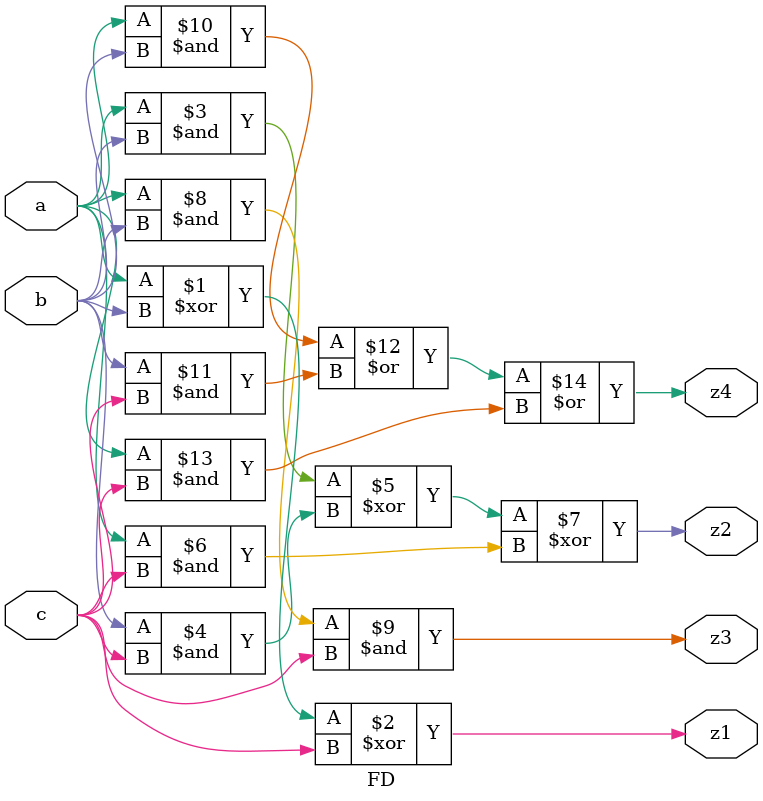
<source format=v>
module FD (a, b, c, z1, z2, z3, z4);
	input a, b, c;
	output z1, z2, z3, z4;
  assign z1 = a ^ b ^ c;
  assign z2 = (a & b) ^ (b & c) ^ (a & c );
  assign z3 = a & b & c;
  assign z4 = (a & b) | (b & c) | (a & c);
endmodule
// end of Verilog code


</source>
